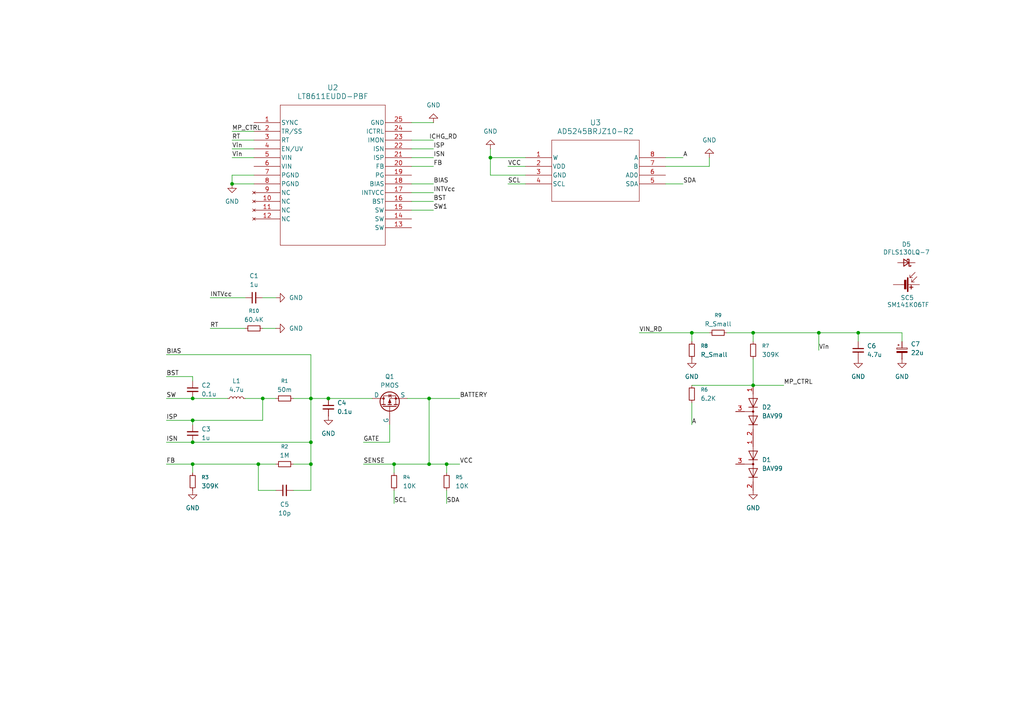
<source format=kicad_sch>
(kicad_sch (version 20250114) (generator "eeschema") (generator_version "9.0")
  (paper "A4")
  (lib_symbols
    (symbol "AD5245:AD5245BRJZ10-R2" (pin_names (offset 0.254))
      (property "Reference" "U" (at 20.32 10.16 0))
      (property "Value" "AD5245BRJZ10-R2" (at 20.32 7.62 0))
      (symbol "AD5245BRJZ10-R2_0_1"
        (polyline (pts (xy 7.62 5.08) (xy 7.62 -12.7)) (stroke (width 0.127)))
        (polyline (pts (xy 7.62 -12.7) (xy 33.02 -12.7)) (stroke (width 0.127)))
        (polyline (pts (xy 33.02 5.08) (xy 7.62 5.08)) (stroke (width 0.127)))
        (polyline (pts (xy 33.02 -12.7) (xy 33.02 5.08)) (stroke (width 0.127)))
        (pin unspecified line (at 0 0 0) (length 7.62) (name "W") (number "1"))
        (pin power_in line (at 0 -2.54 0) (length 7.62) (name "VDD") (number "2"))
        (pin unspecified line (at 0 -5.08 0) (length 7.62) (name "GND") (number "3"))
        (pin unspecified line (at 0 -7.62 0) (length 7.62) (name "SCL") (number "4"))
        (pin unspecified line (at 40.64 0 180) (length 7.62) (name "A") (number "8"))
        (pin unspecified line (at 40.64 -2.54 180) (length 7.62) (name "B") (number "7"))
        (pin unspecified line (at 40.64 -5.08 180) (length 7.62) (name "AD0") (number "6"))
        (pin unspecified line (at 40.64 -7.62 180) (length 7.62) (name "SDA") (number "5"))
      )
    )
    (symbol "Device:C_Polarized_Small" (pin_numbers (hide yes)) (pin_names (offset 0.254) (hide yes))
      (property "Reference" "C" (at 0.254 1.778 0))
      (property "Value" "C_Polarized_Small" (at 0.254 -2.032 0))
      (symbol "C_Polarized_Small_0_1"
        (rectangle (start -1.524 0.6858) (end 1.524 0.3048))
        (rectangle (start -1.524 -0.3048) (end 1.524 -0.6858) (fill (type outline)))
        (polyline (pts (xy -1.27 1.524) (xy -0.762 1.524)))
        (polyline (pts (xy -1.016 1.27) (xy -1.016 1.778)))
      )
      (symbol "C_Polarized_Small_1_1"
        (pin passive line (at 0 2.54 270) (length 1.8542) (name "~") (number "1"))
        (pin passive line (at 0 -2.54 90) (length 1.8542) (name "~") (number "2"))
      )
    )
    (symbol "Device:C_Small" (pin_numbers (hide yes)) (pin_names (offset 0.254) (hide yes))
      (property "Reference" "C" (at 0.254 1.778 0))
      (property "Value" "C_Small" (at 0.254 -2.032 0))
      (symbol "C_Small_0_1"
        (polyline (pts (xy -1.524 0.508) (xy 1.524 0.508)) (stroke (width 0.3048)))
        (polyline (pts (xy -1.524 -0.508) (xy 1.524 -0.508)) (stroke (width 0.3302)))
      )
      (symbol "C_Small_1_1"
        (pin passive line (at 0 2.54 270) (length 2.032) (name "~") (number "1"))
        (pin passive line (at 0 -2.54 90) (length 2.032) (name "~") (number "2"))
      )
    )
    (symbol "Device:D_Schottky_Small" (pin_numbers (hide yes)) (pin_names (offset 0.254) (hide yes))
      (property "Reference" "D" (at -1.27 2.032 0))
      (property "Value" "D_Schottky_Small" (at -7.112 -2.032 0))
      (symbol "D_Schottky_Small_0_1"
        (polyline (pts (xy -1.27 0.762) (xy -1.27 1.016) (xy -0.762 1.016) (xy -0.762 -1.016) (xy -0.254 -1.016) (xy -0.254 -0.762)) (stroke (width 0.254)))
        (polyline (pts (xy -0.762 0) (xy 0.762 0)))
        (polyline (pts (xy 0.762 -1.016) (xy -0.762 0) (xy 0.762 1.016) (xy 0.762 -1.016)) (stroke (width 0.254)))
      )
      (symbol "D_Schottky_Small_1_1"
        (pin passive line (at -2.54 0 0) (length 1.778) (name "K") (number "1"))
        (pin passive line (at 2.54 0 180) (length 1.778) (name "A") (number "2"))
      )
    )
    (symbol "Device:L_Small" (pin_numbers (hide yes)) (pin_names (offset 0.254) (hide yes))
      (property "Reference" "L" (at 0.762 1.016 0))
      (property "Value" "L_Small" (at 0.762 -1.016 0))
      (symbol "L_Small_0_1"
        (arc (start 0 2.032) (mid 0.5058 1.524) (end 0 1.016))
        (arc (start 0 1.016) (mid 0.5058 0.508) (end 0 0))
        (arc (start 0 0) (mid 0.5058 -0.508) (end 0 -1.016))
        (arc (start 0 -1.016) (mid 0.5058 -1.524) (end 0 -2.032))
      )
      (symbol "L_Small_1_1"
        (pin passive line (at 0 2.54 270) (length 0.508) (name "~") (number "1"))
        (pin passive line (at 0 -2.54 90) (length 0.508) (name "~") (number "2"))
      )
    )
    (symbol "Device:R_Small" (pin_numbers (hide yes)) (pin_names (offset 0.254) (hide yes))
      (property "Reference" "R" (at 0 0 90))
      (property "Value" "R_Small" (at 1.778 0 90))
      (symbol "R_Small_0_1"
        (rectangle (start -0.762 1.778) (end 0.762 -1.778) (stroke (width 0.2032)))
      )
      (symbol "R_Small_1_1"
        (pin passive line (at 0 2.54 270) (length 0.762) (name "~") (number "1"))
        (pin passive line (at 0 -2.54 90) (length 0.762) (name "~") (number "2"))
      )
    )
    (symbol "Device:Solar_Cell" (pin_numbers (hide yes)) (pin_names (offset 0) (hide yes))
      (property "Reference" "SC" (at 2.54 2.54 0))
      (property "Value" "Solar_Cell" (at 2.54 0 0))
      (symbol "Solar_Cell_0_1"
        (polyline (pts (xy -2.032 3.048) (xy -2.032 2.286) (xy -2.794 2.286)))
        (polyline (pts (xy -2.032 2.286) (xy -3.556 3.81)))
        (rectangle (start -2.032 1.778) (end 2.032 1.524) (fill (type outline)))
        (rectangle (start -1.3208 1.1938) (end 1.27 0.6858) (fill (type outline)))
        (polyline (pts (xy -0.762 3.556) (xy -0.762 2.794) (xy -1.524 2.794)))
        (polyline (pts (xy -0.762 2.794) (xy -2.286 4.318)))
        (polyline (pts (xy 0 1.778) (xy 0 2.54)))
        (polyline (pts (xy 0 0.762) (xy 0 0)))
        (polyline (pts (xy 0.254 2.667) (xy 1.27 2.667)) (stroke (width 0.254)))
        (polyline (pts (xy 0.762 3.175) (xy 0.762 2.159)) (stroke (width 0.254)))
      )
      (symbol "Solar_Cell_1_1"
        (pin passive line (at 0 5.08 270) (length 2.54) (name "+") (number "1"))
        (pin passive line (at 0 -2.54 90) (length 2.54) (name "-") (number "2"))
      )
    )
    (symbol "Diode:BAV99" (pin_names (hide yes))
      (property "Reference" "D" (at 0 5.08 0))
      (property "Value" "BAV99" (at 0 2.54 0))
      (symbol "BAV99_0_1"
        (polyline (pts (xy -5.08 0) (xy 5.08 0)))
      )
      (symbol "BAV99_1_1"
        (polyline (pts (xy -3.81 1.27) (xy -1.27 0) (xy -3.81 -1.27) (xy -3.81 1.27) (xy -3.81 1.27) (xy -3.81 1.27)) (stroke (width 0.2032)))
        (polyline (pts (xy -1.27 -1.27) (xy -1.27 1.27) (xy -1.27 1.27)) (stroke (width 0.2032)))
        (polyline (pts (xy 0 0) (xy 0 -2.54)))
        (circle (center 0 0) (radius 0.254) (fill (type outline)))
        (polyline (pts (xy 1.27 1.27) (xy 3.81 0) (xy 1.27 -1.27) (xy 1.27 1.27) (xy 1.27 1.27) (xy 1.27 1.27)) (stroke (width 0.2032)))
        (polyline (pts (xy 3.81 1.27) (xy 3.81 -1.27) (xy 3.81 -1.27)) (stroke (width 0.2032)))
        (pin passive line (at -7.62 0 0) (length 2.54) (name "K") (number "1"))
        (pin passive line (at 0 -5.08 90) (length 2.54) (name "K") (number "3"))
        (pin passive line (at 7.62 0 180) (length 2.54) (name "A") (number "2"))
      )
    )
    (symbol "LT8611:LT8611EUDD-PBF" (pin_names (offset 0.254))
      (property "Reference" "U" (at 22.86 10.16 0))
      (property "Value" "LT8611EUDD-PBF" (at 22.86 7.62 0))
      (symbol "LT8611EUDD-PBF_0_1"
        (polyline (pts (xy 7.62 5.08) (xy 7.62 -35.56)) (stroke (width 0.127)))
        (polyline (pts (xy 7.62 -35.56) (xy 38.1 -35.56)) (stroke (width 0.127)))
        (polyline (pts (xy 38.1 5.08) (xy 7.62 5.08)) (stroke (width 0.127)))
        (polyline (pts (xy 38.1 -35.56) (xy 38.1 5.08)) (stroke (width 0.127)))
        (pin input line (at 0 0 0) (length 7.62) (name "SYNC") (number "1"))
        (pin output line (at 0 -2.54 0) (length 7.62) (name "TR/SS") (number "2"))
        (pin unspecified line (at 0 -5.08 0) (length 7.62) (name "RT") (number "3"))
        (pin unspecified line (at 0 -7.62 0) (length 7.62) (name "EN/UV") (number "4"))
        (pin input line (at 0 -10.16 0) (length 7.62) (name "VIN") (number "5"))
        (pin input line (at 0 -12.7 0) (length 7.62) (name "VIN") (number "6"))
        (pin power_in line (at 0 -15.24 0) (length 7.62) (name "PGND") (number "7"))
        (pin power_in line (at 0 -17.78 0) (length 7.62) (name "PGND") (number "8"))
        (pin no_connect line (at 0 -20.32 0) (length 7.62) (name "NC") (number "9"))
        (pin no_connect line (at 0 -22.86 0) (length 7.62) (name "NC") (number "10"))
        (pin no_connect line (at 0 -25.4 0) (length 7.62) (name "NC") (number "11"))
        (pin no_connect line (at 0 -27.94 0) (length 7.62) (name "NC") (number "12"))
        (pin power_in line (at 45.72 0 180) (length 7.62) (name "GND") (number "25"))
        (pin output line (at 45.72 -2.54 180) (length 7.62) (name "ICTRL") (number "24"))
        (pin output line (at 45.72 -5.08 180) (length 7.62) (name "IMON") (number "23"))
        (pin input line (at 45.72 -7.62 180) (length 7.62) (name "ISN") (number "22"))
        (pin input line (at 45.72 -10.16 180) (length 7.62) (name "ISP") (number "21"))
        (pin unspecified line (at 45.72 -12.7 180) (length 7.62) (name "FB") (number "20"))
        (pin output line (at 45.72 -15.24 180) (length 7.62) (name "PG") (number "19"))
        (pin output line (at 45.72 -17.78 180) (length 7.62) (name "BIAS") (number "18"))
        (pin unspecified line (at 45.72 -20.32 180) (length 7.62) (name "INTVCC") (number "17"))
        (pin input line (at 45.72 -22.86 180) (length 7.62) (name "BST") (number "16"))
        (pin output line (at 45.72 -25.4 180) (length 7.62) (name "SW") (number "15"))
        (pin output line (at 45.72 -27.94 180) (length 7.62) (name "SW") (number "14"))
        (pin output line (at 45.72 -30.48 180) (length 7.62) (name "SW") (number "13"))
      )
    )
    (symbol "Simulation_SPICE:PMOS" (pin_numbers (hide yes)) (pin_names (offset 0))
      (property "Reference" "Q" (at 5.08 1.27 0))
      (property "Value" "PMOS" (at 5.08 -1.27 0))
      (symbol "PMOS_0_1"
        (polyline (pts (xy 0.254 1.905) (xy 0.254 -1.905)) (stroke (width 0.254)))
        (polyline (pts (xy 0.254 0) (xy -2.54 0)))
        (polyline (pts (xy 0.762 2.286) (xy 0.762 1.27)) (stroke (width 0.254)))
        (polyline (pts (xy 0.762 1.778) (xy 3.302 1.778) (xy 3.302 -1.778) (xy 0.762 -1.778)))
        (polyline (pts (xy 0.762 0.508) (xy 0.762 -0.508)) (stroke (width 0.254)))
        (polyline (pts (xy 0.762 -1.27) (xy 0.762 -2.286)) (stroke (width 0.254)))
        (circle (center 1.651 0) (radius 2.794) (stroke (width 0.254)))
        (polyline (pts (xy 2.286 0) (xy 1.27 0.381) (xy 1.27 -0.381) (xy 2.286 0)) (fill (type outline)))
        (polyline (pts (xy 2.54 2.54) (xy 2.54 1.778)))
        (circle (center 2.54 1.778) (radius 0.254) (fill (type outline)))
        (circle (center 2.54 -1.778) (radius 0.254) (fill (type outline)))
        (polyline (pts (xy 2.54 -2.54) (xy 2.54 0) (xy 0.762 0)))
        (polyline (pts (xy 2.794 -0.508) (xy 2.921 -0.381) (xy 3.683 -0.381) (xy 3.81 -0.254)))
        (polyline (pts (xy 3.302 -0.381) (xy 2.921 0.254) (xy 3.683 0.254) (xy 3.302 -0.381)))
      )
      (symbol "PMOS_1_1"
        (pin input line (at -5.08 0 0) (length 2.54) (name "G") (number "2"))
        (pin passive line (at 2.54 5.08 270) (length 2.54) (name "D") (number "1"))
        (pin passive line (at 2.54 -5.08 90) (length 2.54) (name "S") (number "3"))
      )
    )
    (symbol "power:GND" (power) (pin_numbers (hide yes)) (pin_names (offset 0) (hide yes))
      (property "Value" "GND" (at 0 -3.81 0))
      (symbol "GND_0_1"
        (polyline (pts (xy 0 0) (xy 0 -1.27) (xy 1.27 -1.27) (xy 0 -2.54) (xy -1.27 -1.27) (xy 0 -1.27)))
      )
      (symbol "GND_1_1"
        (pin power_in line (at 0 0 270) (length 0) (name "~") (number "1"))
      )
    )
  )
  (junction (at 237.49 96.52))
  (junction (at 76.2 115.57))
  (junction (at 124.46 115.57))
  (junction (at 55.88 134.62))
  (junction (at 129.54 134.62))
  (junction (at 124.46 134.62))
  (junction (at 90.17 115.57))
  (junction (at 90.17 134.62))
  (junction (at 218.44 96.52))
  (junction (at 74.93 134.62))
  (junction (at 90.17 128.27))
  (junction (at 142.24 45.72))
  (junction (at 200.66 96.52))
  (junction (at 95.25 115.57))
  (junction (at 55.88 121.92))
  (junction (at 55.88 128.27))
  (junction (at 114.3 134.62))
  (junction (at 218.44 111.76))
  (junction (at 55.88 115.57))
  (junction (at 67.31 53.34))
  (junction (at 248.92 96.52))
  (wire (pts (xy 147.32 48.26) (xy 152.4 48.26)))
  (wire (pts (xy 248.92 96.52) (xy 237.49 96.52)))
  (wire (pts (xy 48.26 128.27) (xy 55.88 128.27)))
  (wire (pts (xy 142.24 50.8) (xy 142.24 45.72)))
  (wire (pts (xy 200.66 116.84) (xy 200.66 123.19)))
  (wire (pts (xy 90.17 102.87) (xy 48.26 102.87)))
  (wire (pts (xy 142.24 45.72) (xy 152.4 45.72)))
  (wire (pts (xy 55.88 121.92) (xy 76.2 121.92)))
  (wire (pts (xy 55.88 110.49) (xy 55.88 109.22)))
  (wire (pts (xy 95.25 115.57) (xy 107.95 115.57)))
  (wire (pts (xy 55.88 134.62) (xy 74.93 134.62)))
  (wire (pts (xy 124.46 115.57) (xy 118.11 115.57)))
  (wire (pts (xy 218.44 96.52) (xy 237.49 96.52)))
  (wire (pts (xy 129.54 142.24) (xy 129.54 146.05)))
  (wire (pts (xy 74.93 142.24) (xy 74.93 134.62)))
  (wire (pts (xy 124.46 134.62) (xy 124.46 115.57)))
  (wire (pts (xy 114.3 142.24) (xy 114.3 146.05)))
  (wire (pts (xy 119.38 45.72) (xy 125.73 45.72)))
  (wire (pts (xy 124.46 134.62) (xy 129.54 134.62)))
  (wire (pts (xy 119.38 53.34) (xy 125.73 53.34)))
  (wire (pts (xy 71.12 115.57) (xy 76.2 115.57)))
  (wire (pts (xy 67.31 53.34) (xy 67.31 50.8)))
  (wire (pts (xy 85.09 142.24) (xy 90.17 142.24)))
  (wire (pts (xy 193.04 45.72) (xy 198.12 45.72)))
  (wire (pts (xy 90.17 115.57) (xy 90.17 128.27)))
  (wire (pts (xy 119.38 40.64) (xy 125.73 40.64)))
  (wire (pts (xy 261.62 99.06) (xy 261.62 96.52)))
  (wire (pts (xy 129.54 134.62) (xy 133.35 134.62)))
  (wire (pts (xy 152.4 50.8) (xy 142.24 50.8)))
  (wire (pts (xy 218.44 104.14) (xy 218.44 111.76)))
  (wire (pts (xy 76.2 115.57) (xy 76.2 121.92)))
  (wire (pts (xy 74.93 134.62) (xy 80.01 134.62)))
  (wire (pts (xy 261.62 96.52) (xy 248.92 96.52)))
  (wire (pts (xy 90.17 142.24) (xy 90.17 134.62)))
  (wire (pts (xy 142.24 43.18) (xy 142.24 45.72)))
  (wire (pts (xy 119.38 60.96) (xy 125.73 60.96)))
  (wire (pts (xy 193.04 53.34) (xy 198.12 53.34)))
  (wire (pts (xy 114.3 134.62) (xy 114.3 137.16)))
  (wire (pts (xy 218.44 99.06) (xy 218.44 96.52)))
  (wire (pts (xy 200.66 111.76) (xy 218.44 111.76)))
  (wire (pts (xy 85.09 115.57) (xy 90.17 115.57)))
  (wire (pts (xy 55.88 115.57) (xy 66.04 115.57)))
  (wire (pts (xy 67.31 45.72) (xy 73.66 45.72)))
  (wire (pts (xy 73.66 53.34) (xy 67.31 53.34)))
  (wire (pts (xy 105.41 128.27) (xy 113.03 128.27)))
  (wire (pts (xy 119.38 43.18) (xy 125.73 43.18)))
  (wire (pts (xy 210.82 96.52) (xy 218.44 96.52)))
  (wire (pts (xy 205.74 96.52) (xy 200.66 96.52)))
  (wire (pts (xy 205.74 45.72) (xy 205.74 48.26)))
  (wire (pts (xy 60.96 95.25) (xy 71.12 95.25)))
  (wire (pts (xy 48.26 134.62) (xy 55.88 134.62)))
  (wire (pts (xy 113.03 128.27) (xy 113.03 123.19)))
  (wire (pts (xy 80.01 142.24) (xy 74.93 142.24)))
  (wire (pts (xy 90.17 128.27) (xy 55.88 128.27)))
  (wire (pts (xy 90.17 115.57) (xy 90.17 102.87)))
  (wire (pts (xy 119.38 58.42) (xy 125.73 58.42)))
  (wire (pts (xy 114.3 134.62) (xy 124.46 134.62)))
  (wire (pts (xy 124.46 115.57) (xy 133.35 115.57)))
  (wire (pts (xy 147.32 53.34) (xy 152.4 53.34)))
  (wire (pts (xy 60.96 86.36) (xy 71.12 86.36)))
  (wire (pts (xy 200.66 96.52) (xy 200.66 99.06)))
  (wire (pts (xy 193.04 48.26) (xy 205.74 48.26)))
  (wire (pts (xy 248.92 96.52) (xy 248.92 99.06)))
  (wire (pts (xy 55.88 134.62) (xy 55.88 137.16)))
  (wire (pts (xy 67.31 38.1) (xy 73.66 38.1)))
  (wire (pts (xy 237.49 96.52) (xy 237.49 101.6)))
  (wire (pts (xy 218.44 111.76) (xy 227.33 111.76)))
  (wire (pts (xy 119.38 55.88) (xy 125.73 55.88)))
  (wire (pts (xy 129.54 134.62) (xy 129.54 137.16)))
  (wire (pts (xy 55.88 123.19) (xy 55.88 121.92)))
  (wire (pts (xy 67.31 50.8) (xy 73.66 50.8)))
  (wire (pts (xy 90.17 115.57) (xy 95.25 115.57)))
  (wire (pts (xy 67.31 43.18) (xy 73.66 43.18)))
  (wire (pts (xy 119.38 35.56) (xy 125.73 35.56)))
  (wire (pts (xy 76.2 115.57) (xy 80.01 115.57)))
  (wire (pts (xy 90.17 134.62) (xy 90.17 128.27)))
  (wire (pts (xy 105.41 134.62) (xy 114.3 134.62)))
  (wire (pts (xy 55.88 109.22) (xy 48.26 109.22)))
  (wire (pts (xy 76.2 86.36) (xy 80.01 86.36)))
  (wire (pts (xy 48.26 115.57) (xy 55.88 115.57)))
  (wire (pts (xy 76.2 95.25) (xy 80.01 95.25)))
  (wire (pts (xy 119.38 48.26) (xy 125.73 48.26)))
  (wire (pts (xy 85.09 134.62) (xy 90.17 134.62)))
  (wire (pts (xy 67.31 40.64) (xy 73.66 40.64)))
  (wire (pts (xy 185.42 96.52) (xy 200.66 96.52)))
  (wire (pts (xy 55.88 121.92) (xy 48.26 121.92)))
  (label "Vin" (at 67.31 43.18 0))
  (label "ISP" (at 125.73 43.18 0))
  (label "SENSE" (at 105.41 134.62 0))
  (label "BIAS" (at 125.73 53.34 0))
  (label "MP_CTRL" (at 227.33 111.76 0))
  (label "SCL" (at 147.32 53.34 0))
  (label "BIAS" (at 48.26 102.87 0))
  (label "INTVcc" (at 125.73 55.88 0))
  (label "ISN" (at 48.26 128.27 0))
  (label "BST" (at 48.26 109.22 0))
  (label "FB" (at 48.26 134.62 0))
  (label "VIN_RD" (at 185.42 96.52 0))
  (label "SW1" (at 125.73 60.96 0))
  (label "VCC" (at 133.35 134.62 0))
  (label "BST" (at 125.73 58.42 0))
  (label "SDA" (at 129.54 146.05 0))
  (label "ISP" (at 48.26 121.92 0))
  (label "FB" (at 125.73 48.26 0))
  (label "GATE" (at 105.41 128.27 0))
  (label "VCC" (at 147.32 48.26 0))
  (label "BATTERY" (at 133.35 115.57 0))
  (label "MP_CTRL" (at 67.31 38.1 0))
  (label "ISN" (at 125.73 45.72 0))
  (label "ICHG_RD" (at 124.46 40.64 0))
  (label "Vin" (at 237.49 101.6 0))
  (label "SCL" (at 114.3 146.05 0))
  (label "RT" (at 67.31 40.64 0))
  (label "A" (at 198.12 45.72 0))
  (label "A" (at 200.66 123.19 0))
  (label "INTVcc" (at 60.96 86.36 0))
  (label "SW" (at 48.26 115.57 0))
  (label "RT" (at 60.96 95.25 0))
  (label "Vin" (at 67.31 45.72 0))
  (label "SDA" (at 198.12 53.34 0))
  (symbol (lib_id "Device:R_Small") (at 200.66 101.6 180) (unit 1)
    (property "Reference" "R8" (at 203.2 100.3299 0) (effects (font (size 1.016 1.016)) (justify right)))
    (property "Value" "R_Small" (at 203.2 102.8699 0) (effects (justify right)))
    (property "Description" "Resistor, small symbol" (effects (hide yes)))
  )
  (symbol (lib_id "Device:R_Small") (at 55.88 139.7 0) (unit 1)
    (property "Reference" "R3" (at 58.42 138.4299 0) (effects (font (size 1.016 1.016)) (justify left)))
    (property "Value" "309K" (at 58.42 140.9699 0) (effects (justify left)))
    (property "Description" "Resistor, small symbol" (effects (hide yes)))
  )
  (symbol (lib_id "Device:R_Small") (at 114.3 139.7 0) (unit 1)
    (property "Reference" "R4" (at 116.84 138.4299 0) (effects (font (size 1.016 1.016)) (justify left)))
    (property "Value" "10K" (at 116.84 140.9699 0) (effects (justify left)))
    (property "Footprint" "Resistor_SMD:R_0805_2012Metric" (effects (hide yes)))
    (property "Description" "Resistor, small symbol" (effects (hide yes)))
  )
  (symbol (lib_id "Device:R_Small") (at 82.55 134.62 90) (unit 1)
    (property "Reference" "R2" (at 82.55 129.54 90) (effects (font (size 1.016 1.016))))
    (property "Value" "1M" (at 82.55 132.08 90))
    (property "Footprint" "Resistor_SMD:R_0805_2012Metric" (effects (hide yes)))
    (property "Description" "Resistor, small symbol" (effects (hide yes)))
  )
  (symbol (lib_id "Device:C_Small") (at 55.88 113.03 0) (unit 1)
    (property "Reference" "C2" (at 58.42 111.7662 0) (effects (justify left)))
    (property "Value" "0.1u" (at 58.42 114.3062 0) (effects (justify left)))
    (property "Footprint" "Capacitor_SMD:C_0805_2012Metric" (effects (hide yes)))
    (property "Description" "Unpolarized capacitor, small symbol" (effects (hide yes)))
  )
  (symbol (lib_id "AD5245:AD5245BRJZ10-R2") (at 152.4 45.72 0) (unit 1)
    (property "Reference" "U3" (at 172.72 35.56 0) (effects (font (size 1.524 1.524))))
    (property "Value" "AD5245BRJZ10-R2" (at 172.72 38.1 0) (effects (font (size 1.524 1.524))))
    (property "Footprint" "RJ_8_ADI" (effects (hide yes)))
    (property "Datasheet" "https://www.analog.com/media/en/technical-documentation/data-sheets/AD5245.pdf" (effects (hide yes)))
  )
  (symbol (lib_id "Diode:BAV99") (at 218.44 134.62 270) (unit 1)
    (property "Reference" "D1" (at 220.98 133.3499 90) (effects (justify left)))
    (property "Value" "BAV99" (at 220.98 135.8899 90) (effects (justify left)))
    (property "Footprint" "Package_TO_SOT_SMD:SOT-23" (effects (hide yes)))
    (property "Datasheet" "https://assets.nexperia.com/documents/data-sheet/BAV99_SER.pdf" (effects (hide yes)))
    (property "Description" "BAV99 High-speed switching diodes, SOT-23" (effects (hide yes)))
  )
  (symbol (lib_id "power:GND") (at 205.74 45.72 180) (unit 1)
    (property "Reference" "#PWR07" (effects (hide yes)))
    (property "Value" "GND" (at 205.74 40.64 0))
    (property "Description" "Power symbol creates a global label with name \"GND\" , ground" (effects (hide yes)))
  )
  (symbol (lib_id "power:GND") (at 80.01 95.25 90) (unit 1)
    (property "Reference" "#PWR012" (effects (hide yes)))
    (property "Value" "GND" (at 83.82 95.2499 90) (effects (justify right)))
    (property "Description" "Power symbol creates a global label with name \"GND\" , ground" (effects (hide yes)))
  )
  (symbol (lib_id "Simulation_SPICE:PMOS") (at 113.03 118.11 90) (unit 1)
    (property "Reference" "Q1" (at 113.03 109.22 90))
    (property "Value" "PMOS" (at 113.03 111.76 90))
    (property "Datasheet" "https://ngspice.sourceforge.io/docs/ngspice-html-manual/manual.xhtml#cha_MOSFETs" (effects (hide yes)))
    (property "Description" "P-MOSFET transistor, drain/source/gate" (effects (hide yes)))
    (property "Sim.Device" "PMOS" (effects (hide yes)))
    (property "Sim.Type" "VDMOS" (effects (hide yes)))
    (property "Sim.Pins" "1=D 2=G 3=S" (effects (hide yes)))
  )
  (symbol (lib_id "Device:C_Small") (at 82.55 142.24 90) (unit 1)
    (property "Reference" "C5" (at 82.55 146.304 90))
    (property "Value" "10p" (at 82.55 148.844 90))
    (property "Footprint" "Capacitor_SMD:C_0805_2012Metric" (effects (hide yes)))
    (property "Description" "Unpolarized capacitor, small symbol" (effects (hide yes)))
  )
  (symbol (lib_id "Device:R_Small") (at 82.55 115.57 90) (unit 1)
    (property "Reference" "R1" (at 82.55 110.49 90) (effects (font (size 1.016 1.016))))
    (property "Value" "50m" (at 82.55 113.03 90))
    (property "Footprint" "Resistor_SMD:R_0805_2012Metric" (effects (hide yes)))
    (property "Description" "Resistor, small symbol" (effects (hide yes)))
  )
  (symbol (lib_id "Device:R_Small") (at 200.66 114.3 0) (unit 1)
    (property "Reference" "R6" (at 203.2 113.0299 0) (effects (font (size 1.016 1.016)) (justify left)))
    (property "Value" "6.2K" (at 203.2 115.5699 0) (effects (justify left)))
    (property "Description" "Resistor, small symbol" (effects (hide yes)))
  )
  (symbol (lib_id "Device:C_Small") (at 55.88 125.73 180) (unit 1)
    (property "Reference" "C3" (at 58.42 124.4535 0) (effects (justify right)))
    (property "Value" "1u" (at 58.42 126.9935 0) (effects (justify right)))
    (property "Footprint" "Capacitor_SMD:C_0805_2012Metric" (effects (hide yes)))
    (property "Description" "Unpolarized capacitor, small symbol" (effects (hide yes)))
  )
  (symbol (lib_id "LT8611:LT8611EUDD-PBF") (at 73.66 35.56 0) (unit 1)
    (property "Reference" "U2" (at 96.52 25.4 0) (effects (font (size 1.524 1.524))))
    (property "Value" "LT8611EUDD-PBF" (at 96.52 27.94 0) (effects (font (size 1.524 1.524))))
    (property "Footprint" "QFN-24_UDD_LTI" (effects (hide yes)))
    (property "Datasheet" "https://www.analog.com/media/en/technical-documentation/data-sheets/lt8611.pdf" (effects (hide yes)))
  )
  (symbol (lib_id "power:GND") (at 125.73 35.56 180) (unit 1)
    (property "Reference" "#PWR01" (effects (hide yes)))
    (property "Value" "GND" (at 125.73 30.48 0))
    (property "Description" "Power symbol creates a global label with name \"GND\" , ground" (effects (hide yes)))
  )
  (symbol (lib_id "Device:L_Small") (at 68.58 115.57 90) (unit 1)
    (property "Reference" "L1" (at 68.58 110.49 90))
    (property "Value" "4.7u" (at 68.58 113.03 90))
    (property "Footprint" "Inductor_SMD:L_0805_2012Metric" (effects (hide yes)))
    (property "Description" "Inductor, small symbol" (effects (hide yes)))
  )
  (symbol (lib_id "Device:R_Small") (at 218.44 101.6 0) (unit 1)
    (property "Reference" "R7" (at 220.98 100.3299 0) (effects (font (size 1.016 1.016)) (justify left)))
    (property "Value" "309K" (at 220.98 102.8699 0) (effects (justify left)))
    (property "Description" "Resistor, small symbol" (effects (hide yes)))
  )
  (symbol (lib_id "power:GND") (at 200.66 104.14 0) (unit 1)
    (property "Reference" "#PWR09" (effects (hide yes)))
    (property "Value" "GND" (at 200.66 109.22 0))
    (property "Description" "Power symbol creates a global label with name \"GND\" , ground" (effects (hide yes)))
  )
  (symbol (lib_id "power:GND") (at 67.31 53.34 0) (unit 1)
    (property "Reference" "#PWR02" (effects (hide yes)))
    (property "Value" "GND" (at 67.31 58.42 0))
    (property "Description" "Power symbol creates a global label with name \"GND\" , ground" (effects (hide yes)))
  )
  (symbol (lib_id "power:GND") (at 80.01 86.36 90) (unit 1)
    (property "Reference" "#PWR03" (effects (hide yes)))
    (property "Value" "GND" (at 83.82 86.3599 90) (effects (justify right)))
    (property "Description" "Power symbol creates a global label with name \"GND\" , ground" (effects (hide yes)))
  )
  (symbol (lib_id "power:GND") (at 95.25 120.65 0) (unit 1)
    (property "Reference" "#PWR04" (effects (hide yes)))
    (property "Value" "GND" (at 95.25 125.73 0))
    (property "Description" "Power symbol creates a global label with name \"GND\" , ground" (effects (hide yes)))
  )
  (symbol (lib_id "Device:C_Small") (at 95.25 118.11 0) (unit 1)
    (property "Reference" "C4" (at 97.79 116.8462 0) (effects (justify left)))
    (property "Value" "0.1u" (at 97.79 119.3862 0) (effects (justify left)))
    (property "Footprint" "Capacitor_SMD:C_0805_2012Metric" (effects (hide yes)))
    (property "Description" "Unpolarized capacitor, small symbol" (effects (hide yes)))
  )
  (symbol (lib_id "power:GND") (at 218.44 142.24 0) (unit 1)
    (property "Reference" "#PWR08" (effects (hide yes)))
    (property "Value" "GND" (at 218.44 147.32 0))
    (property "Description" "Power symbol creates a global label with name \"GND\" , ground" (effects (hide yes)))
  )
  (symbol (lib_id "power:GND") (at 142.24 43.18 180) (unit 1)
    (property "Reference" "#PWR06" (effects (hide yes)))
    (property "Value" "GND" (at 142.24 38.1 0))
    (property "Description" "Power symbol creates a global label with name \"GND\" , ground" (effects (hide yes)))
  )
  (symbol (lib_id "Device:R_Small") (at 129.54 139.7 0) (unit 1)
    (property "Reference" "R5" (at 132.08 138.4299 0) (effects (font (size 1.016 1.016)) (justify left)))
    (property "Value" "10K" (at 132.08 140.9699 0) (effects (justify left)))
    (property "Footprint" "Resistor_SMD:R_0805_2012Metric" (effects (hide yes)))
    (property "Description" "Resistor, small symbol" (effects (hide yes)))
  )
  (symbol (lib_id "power:GND") (at 261.62 104.14 0) (unit 1)
    (property "Reference" "#PWR011" (effects (hide yes)))
    (property "Value" "GND" (at 261.62 109.22 0))
    (property "Description" "Power symbol creates a global label with name \"GND\" , ground" (effects (hide yes)))
  )
  (symbol (lib_id "Device:C_Small") (at 73.66 86.36 90) (unit 1)
    (property "Reference" "C1" (at 73.6663 80.01 90))
    (property "Value" "1u" (at 73.6663 82.55 90))
    (property "Footprint" "Capacitor_SMD:C_0805_2012Metric" (effects (hide yes)))
    (property "Description" "Unpolarized capacitor, small symbol" (effects (hide yes)))
  )
  (symbol (lib_id "Device:Solar_Cell") (at 261.62 82.55 270) (unit 1)
    (property "Reference" "SC5" (at 263.144 86.36 90))
    (property "Value" "SM141K06TF" (at 263.398 88.392 90))
    (property "Footprint" "Argus-Miscellaneous:SM141K06TF" (effects (hide yes)))
    (property "Description" "Single solar cell" (effects (hide yes)))
  )
  (symbol (lib_id "Device:C_Polarized_Small") (at 261.62 101.6 0) (unit 1)
    (property "Reference" "C7" (at 264.16 99.7838 0) (effects (justify left)))
    (property "Value" "22u" (at 264.16 102.3238 0) (effects (justify left)))
    (property "Description" "Polarized capacitor, small symbol" (effects (hide yes)))
  )
  (symbol (lib_id "Device:R_Small") (at 208.28 96.52 90) (unit 1)
    (property "Reference" "R9" (at 208.28 91.44 90) (effects (font (size 1.016 1.016))))
    (property "Value" "R_Small" (at 208.28 93.98 90))
    (property "Description" "Resistor, small symbol" (effects (hide yes)))
  )
  (symbol (lib_id "Device:R_Small") (at 73.66 95.25 90) (unit 1)
    (property "Reference" "R10" (at 73.66 90.17 90) (effects (font (size 1.016 1.016))))
    (property "Value" "60.4K" (at 73.66 92.71 90))
    (property "Description" "Resistor, small symbol" (effects (hide yes)))
  )
  (symbol (lib_id "power:GND") (at 55.88 142.24 0) (unit 1)
    (property "Reference" "#PWR05" (effects (hide yes)))
    (property "Value" "GND" (at 55.88 147.32 0))
    (property "Description" "Power symbol creates a global label with name \"GND\" , ground" (effects (hide yes)))
  )
  (symbol (lib_id "Device:C_Small") (at 248.92 101.6 0) (unit 1)
    (property "Reference" "C6" (at 251.46 100.3362 0) (effects (justify left)))
    (property "Value" "4.7u" (at 251.46 102.8762 0) (effects (justify left)))
    (property "Description" "Unpolarized capacitor, small symbol" (effects (hide yes)))
  )
  (symbol (lib_id "Diode:BAV99") (at 218.44 119.38 270) (unit 1)
    (property "Reference" "D2" (at 220.98 118.1099 90) (effects (justify left)))
    (property "Value" "BAV99" (at 220.98 120.6499 90) (effects (justify left)))
    (property "Footprint" "Package_TO_SOT_SMD:SOT-23" (effects (hide yes)))
    (property "Datasheet" "https://assets.nexperia.com/documents/data-sheet/BAV99_SER.pdf" (effects (hide yes)))
    (property "Description" "BAV99 High-speed switching diodes, SOT-23" (effects (hide yes)))
  )
  (symbol (lib_id "Device:D_Schottky_Small") (at 262.89 76.2 180) (unit 1)
    (property "Reference" "D5" (at 262.89 70.866 0))
    (property "Value" "DFLS130LQ-7" (at 262.89 73.152 0))
    (property "Footprint" "Diode_SMD:D_PowerDI-123" (effects (hide yes)))
    (property "Description" "Schottky diode, small symbol" (effects (hide yes)))
  )
  (symbol (lib_id "power:GND") (at 248.92 104.14 0) (unit 1)
    (property "Reference" "#PWR010" (effects (hide yes)))
    (property "Value" "GND" (at 248.92 109.22 0))
    (property "Description" "Power symbol creates a global label with name \"GND\" , ground" (effects (hide yes)))
  )
)
</source>
